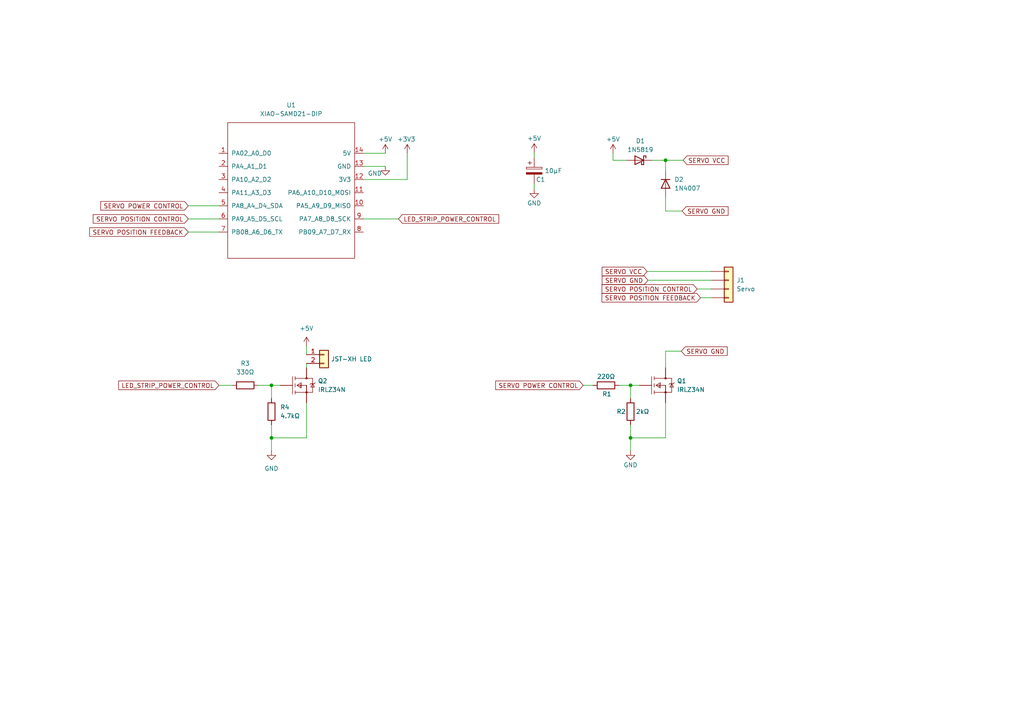
<source format=kicad_sch>
(kicad_sch (version 20250114) (generator "eeschema") (generator_version "9.0")
  (paper "A4")
  (title_block (title "FFFP (Florian & Florian Flat Panel)") (date "2025-03-31") (rev "1") (company "Le Télescope - Ivry. Heavily inspired by the the work of Dark Sky Geek (https://github.com/jlecomte/)") (comment 1 "rev 1 - Bon pour tests sur planche de prototypage"))
  (lib_symbols
    (symbol "+5V_1" (power) (pin_numbers (hide yes)) (pin_names (offset 0) (hide yes))
      (property "Value" "+5V" (at 0 3.556 0))
      (symbol "+5V_1_0_1"
        (polyline (pts (xy -0.762 1.27) (xy 0 2.54)))
        (polyline (pts (xy 0 2.54) (xy 0.762 1.27)))
        (polyline (pts (xy 0 0) (xy 0 2.54)))
      )
      (symbol "+5V_1_1_1"
        (pin power_in line (at 0 0 90) (length 0) (name "~") (number "1"))
      )
    )
    (symbol "Connector_Generic:Conn_01x02" (pin_names (offset 1.016) (hide yes))
      (property "Reference" "J" (at 0 2.54 0))
      (property "Value" "Conn_01x02" (at 0 -5.08 0))
      (symbol "Conn_01x02_1_1"
        (rectangle (start -1.27 1.27) (end 1.27 -3.81) (stroke (width 0.254)) (fill (type background)))
        (rectangle (start -1.27 0.127) (end 0 -0.127) (stroke (width 0.1524)))
        (rectangle (start -1.27 -2.413) (end 0 -2.667) (stroke (width 0.1524)))
        (pin passive line (at -5.08 0 0) (length 3.81) (name "Pin_1") (number "1"))
        (pin passive line (at -5.08 -2.54 0) (length 3.81) (name "Pin_2") (number "2"))
      )
    )
    (symbol "Connector_Generic:Conn_01x04" (pin_numbers (hide yes)) (pin_names (offset 1.016) (hide yes))
      (property "Reference" "J" (at 0 5.08 0))
      (property "Value" "Conn_01x04" (at 0 -7.62 0))
      (symbol "Conn_01x04_1_1"
        (rectangle (start -1.27 3.81) (end 1.27 -6.35) (stroke (width 0.254)) (fill (type background)))
        (rectangle (start -1.27 2.667) (end 0 2.413) (stroke (width 0.1524)))
        (rectangle (start -1.27 0.127) (end 0 -0.127) (stroke (width 0.1524)))
        (rectangle (start -1.27 -2.413) (end 0 -2.667) (stroke (width 0.1524)))
        (rectangle (start -1.27 -4.953) (end 0 -5.207) (stroke (width 0.1524)))
        (pin passive line (at -5.08 2.54 0) (length 3.81) (name "Pin_1") (number "1"))
        (pin passive line (at -5.08 0 0) (length 3.81) (name "Pin_2") (number "2"))
        (pin passive line (at -5.08 -2.54 0) (length 3.81) (name "Pin_3") (number "3"))
        (pin passive line (at -5.08 -5.08 0) (length 3.81) (name "Pin_4") (number "4"))
      )
    )
    (symbol "DarkSkyGeek_KiCad_Symbol_Library:FQP30N06L" (pin_numbers (hide yes)) (pin_names (offset 1.016) (hide yes))
      (property "Reference" "Q" (at 0 7.62 0))
      (property "Value" "FQP30N06L" (at 0 10.16 0))
      (symbol "FQP30N06L_1_1"
        (polyline (pts (xy 6.096 -2.54) (xy 6.096 2.54)))
        (polyline (pts (xy 6.858 2.032) (xy 10.16 2.032)))
        (polyline (pts (xy 6.858 1.524) (xy 6.858 2.54)))
        (polyline (pts (xy 6.858 0.508) (xy 6.858 -0.508)))
        (polyline (pts (xy 6.858 -1.524) (xy 6.858 -2.54)))
        (polyline (pts (xy 6.858 -2.032) (xy 10.16 -2.032)))
        (polyline (pts (xy 7.366 0) (xy 8.636 0.762)))
        (polyline (pts (xy 7.366 0) (xy 8.636 -0.762)))
        (polyline (pts (xy 7.62 0) (xy 10.16 0)))
        (polyline (pts (xy 8.382 0.254) (xy 8.382 -0.508)))
        (polyline (pts (xy 8.636 0.762) (xy 8.636 -0.762)))
        (circle (center 10.16 2.032) (radius 0.254))
        (polyline (pts (xy 10.16 -2.032) (xy 11.938 -2.032)))
        (circle (center 10.16 -2.032) (radius 0.254))
        (polyline (pts (xy 11.43 0.508) (xy 11.176 0.254)))
        (polyline (pts (xy 11.43 -0.508) (xy 12.446 -0.508)))
        (polyline (pts (xy 11.938 2.032) (xy 10.16 2.032)))
        (polyline (pts (xy 11.938 0.508) (xy 11.43 0.508)))
        (polyline (pts (xy 11.938 0.508) (xy 11.43 -0.508)))
        (polyline (pts (xy 11.938 0.508) (xy 12.446 0.508)))
        (polyline (pts (xy 11.938 -2.032) (xy 11.938 2.032)))
        (polyline (pts (xy 12.446 0.508) (xy 12.7 0.762)))
        (polyline (pts (xy 12.446 -0.508) (xy 11.938 0.508)))
        (pin unspecified line (at 2.54 0 0) (length 3.556) (name "G") (number "1"))
        (pin unspecified line (at 10.16 5.08 270) (length 3.048) (name "D") (number "2"))
        (pin unspecified line (at 10.16 -5.08 90) (length 5.08) (name "S") (number "3"))
      )
    )
    (symbol "Device:C_Polarized" (pin_numbers (hide yes)) (pin_names (offset 0.254))
      (property "Reference" "C" (at 0.635 2.54 0))
      (property "Value" "C_Polarized" (at 0.635 -2.54 0))
      (symbol "C_Polarized_0_1"
        (rectangle (start -2.286 0.508) (end 2.286 1.016))
        (polyline (pts (xy -1.778 2.286) (xy -0.762 2.286)))
        (polyline (pts (xy -1.27 2.794) (xy -1.27 1.778)))
        (rectangle (start 2.286 -0.508) (end -2.286 -1.016) (fill (type outline)))
      )
      (symbol "C_Polarized_1_1"
        (pin passive line (at 0 3.81 270) (length 2.794) (name "~") (number "1"))
        (pin passive line (at 0 -3.81 90) (length 2.794) (name "~") (number "2"))
      )
    )
    (symbol "Device:R" (pin_numbers (hide yes)) (pin_names (offset 0))
      (property "Reference" "R" (at 2.032 0 90))
      (property "Value" "R" (at 0 0 90))
      (symbol "R_0_1"
        (rectangle (start -1.016 -2.54) (end 1.016 2.54) (stroke (width 0.254)))
      )
      (symbol "R_1_1"
        (pin passive line (at 0 3.81 270) (length 1.27) (name "~") (number "1"))
        (pin passive line (at 0 -3.81 90) (length 1.27) (name "~") (number "2"))
      )
    )
    (symbol "Diode:1N4001" (pin_numbers (hide yes)) (pin_names (hide yes))
      (property "Reference" "D" (at 0 2.54 0))
      (property "Value" "1N4001" (at 0 -2.54 0))
      (symbol "1N4001_0_1"
        (polyline (pts (xy -1.27 1.27) (xy -1.27 -1.27)) (stroke (width 0.254)))
        (polyline (pts (xy 1.27 1.27) (xy 1.27 -1.27) (xy -1.27 0) (xy 1.27 1.27)) (stroke (width 0.254)))
        (polyline (pts (xy 1.27 0) (xy -1.27 0)))
      )
      (symbol "1N4001_1_1"
        (pin passive line (at -3.81 0 0) (length 2.54) (name "K") (number "1"))
        (pin passive line (at 3.81 0 180) (length 2.54) (name "A") (number "2"))
      )
    )
    (symbol "Diode:1N5817" (pin_numbers (hide yes)) (pin_names (offset 1.016) (hide yes))
      (property "Reference" "D" (at 0 2.54 0))
      (property "Value" "1N5817" (at 0 -2.54 0))
      (symbol "1N5817_0_1"
        (polyline (pts (xy -1.905 0.635) (xy -1.905 1.27) (xy -1.27 1.27) (xy -1.27 -1.27) (xy -0.635 -1.27) (xy -0.635 -0.635)) (stroke (width 0.254)))
        (polyline (pts (xy 1.27 1.27) (xy 1.27 -1.27) (xy -1.27 0) (xy 1.27 1.27)) (stroke (width 0.254)))
        (polyline (pts (xy 1.27 0) (xy -1.27 0)))
      )
      (symbol "1N5817_1_1"
        (pin passive line (at -3.81 0 0) (length 2.54) (name "K") (number "1"))
        (pin passive line (at 3.81 0 180) (length 2.54) (name "A") (number "2"))
      )
    )
    (symbol "GND_1" (power) (pin_numbers (hide yes)) (pin_names (offset 0) (hide yes))
      (property "Value" "GND" (at 0 -3.81 0))
      (symbol "GND_1_0_1"
        (polyline (pts (xy 0 0) (xy 0 -1.27) (xy 1.27 -1.27) (xy 0 -2.54) (xy -1.27 -1.27) (xy 0 -1.27)))
      )
      (symbol "GND_1_1_1"
        (pin power_in line (at 0 0 270) (length 0) (name "~") (number "1"))
      )
    )
    (symbol "Seeeduino:XIAO-SAMD21-DIP" (pin_names (offset 1.016))
      (property "Reference" "U" (at -18.542 22.86 0))
      (property "Value" "XIAO-SAMD21-DIP" (at -10.16 21.082 0))
      (symbol "XIAO-SAMD21-DIP_0_1"
        (rectangle (start -19.05 20.32) (end 17.78 -19.05))
      )
      (symbol "XIAO-SAMD21-DIP_1_1"
        (pin passive line (at -21.59 11.43 0) (length 2.54) (name "PA02_A0_D0") (number "1"))
        (pin passive line (at -21.59 7.62 0) (length 2.54) (name "PA4_A1_D1") (number "2"))
        (pin passive line (at -21.59 3.81 0) (length 2.54) (name "PA10_A2_D2") (number "3"))
        (pin passive line (at -21.59 0 0) (length 2.54) (name "PA11_A3_D3") (number "4"))
        (pin passive line (at -21.59 -3.81 0) (length 2.54) (name "PA8_A4_D4_SDA") (number "5"))
        (pin passive line (at -21.59 -7.62 0) (length 2.54) (name "PA9_A5_D5_SCL") (number "6"))
        (pin passive line (at -21.59 -11.43 0) (length 2.54) (name "PB08_A6_D6_TX") (number "7"))
        (pin passive line (at 20.32 11.43 180) (length 2.54) (name "5V") (number "14"))
        (pin passive line (at 20.32 7.62 180) (length 2.54) (name "GND") (number "13"))
        (pin passive line (at 20.32 3.81 180) (length 2.54) (name "3V3") (number "12"))
        (pin passive line (at 20.32 0 180) (length 2.54) (name "PA6_A10_D10_MOSI") (number "11"))
        (pin passive line (at 20.32 -3.81 180) (length 2.54) (name "PA5_A9_D9_MISO") (number "10"))
        (pin passive line (at 20.32 -7.62 180) (length 2.54) (name "PA7_A8_D8_SCK") (number "9"))
        (pin passive line (at 20.32 -11.43 180) (length 2.54) (name "PB09_A7_D7_RX") (number "8"))
      )
    )
    (symbol "power:+3V3" (power) (pin_numbers (hide yes)) (pin_names (offset 0) (hide yes))
      (property "Value" "+3V3" (at 0 3.556 0))
      (symbol "+3V3_0_1"
        (polyline (pts (xy -0.762 1.27) (xy 0 2.54)))
        (polyline (pts (xy 0 2.54) (xy 0.762 1.27)))
        (polyline (pts (xy 0 0) (xy 0 2.54)))
      )
      (symbol "+3V3_1_1"
        (pin power_in line (at 0 0 90) (length 0) (name "~") (number "1"))
      )
    )
    (symbol "power:+5V" (power) (pin_numbers (hide yes)) (pin_names (offset 0) (hide yes))
      (property "Value" "+5V" (at 0 3.556 0))
      (symbol "+5V_0_1"
        (polyline (pts (xy -0.762 1.27) (xy 0 2.54)))
        (polyline (pts (xy 0 2.54) (xy 0.762 1.27)))
        (polyline (pts (xy 0 0) (xy 0 2.54)))
      )
      (symbol "+5V_1_1"
        (pin power_in line (at 0 0 90) (length 0) (hide yes) (name "+5V") (number "1"))
      )
    )
    (symbol "power:GND" (power) (pin_numbers (hide yes)) (pin_names (offset 0) (hide yes))
      (property "Value" "GND" (at 0 -3.81 0))
      (symbol "GND_0_1"
        (polyline (pts (xy 0 0) (xy 0 -1.27) (xy 1.27 -1.27) (xy 0 -2.54) (xy -1.27 -1.27) (xy 0 -1.27)))
      )
      (symbol "GND_1_1"
        (pin power_in line (at 0 0 270) (length 0) (hide yes) (name "GND") (number "1"))
      )
    )
  )
  (junction (at 182.88 111.76))
  (junction (at 193.04 46.482))
  (junction (at 78.74 111.76))
  (junction (at 78.74 127))
  (junction (at 182.88 127))
  (wire (pts (xy 78.74 111.76) (xy 78.74 115.57)))
  (wire (pts (xy 187.96 81.28) (xy 206.248 81.28)))
  (wire (pts (xy 169.164 111.76) (xy 171.958 111.76)))
  (wire (pts (xy 78.74 127) (xy 78.74 130.81)))
  (wire (pts (xy 182.88 111.76) (xy 182.88 115.57)))
  (wire (pts (xy 154.94 53.34) (xy 154.94 54.864)))
  (wire (pts (xy 118.11 44.45) (xy 118.11 52.07)))
  (wire (pts (xy 189.23 46.482) (xy 193.04 46.482)))
  (wire (pts (xy 193.04 116.84) (xy 193.04 127)))
  (wire (pts (xy 203.2 86.36) (xy 206.248 86.36)))
  (wire (pts (xy 177.8 44.45) (xy 177.8 46.482)))
  (wire (pts (xy 193.04 101.854) (xy 193.04 106.68)))
  (wire (pts (xy 193.04 46.482) (xy 193.04 49.53)))
  (wire (pts (xy 118.11 52.07) (xy 105.41 52.07)))
  (wire (pts (xy 54.61 67.31) (xy 63.5 67.31)))
  (wire (pts (xy 78.74 123.19) (xy 78.74 127)))
  (wire (pts (xy 105.41 48.26) (xy 111.76 48.26)))
  (wire (pts (xy 154.94 44.196) (xy 154.94 45.72)))
  (wire (pts (xy 63.5 111.76) (xy 67.31 111.76)))
  (wire (pts (xy 182.88 127) (xy 182.88 130.81)))
  (wire (pts (xy 88.9 127) (xy 88.9 116.84)))
  (wire (pts (xy 105.41 63.5) (xy 115.57 63.5)))
  (wire (pts (xy 54.61 59.69) (xy 63.5 59.69)))
  (wire (pts (xy 54.61 63.5) (xy 63.5 63.5)))
  (wire (pts (xy 182.88 111.76) (xy 185.42 111.76)))
  (wire (pts (xy 74.93 111.76) (xy 78.74 111.76)))
  (wire (pts (xy 187.706 78.74) (xy 206.248 78.74)))
  (wire (pts (xy 193.04 127) (xy 182.88 127)))
  (wire (pts (xy 179.578 111.76) (xy 182.88 111.76)))
  (wire (pts (xy 88.9 100.33) (xy 88.9 102.87)))
  (wire (pts (xy 193.04 46.482) (xy 198.12 46.482)))
  (wire (pts (xy 193.04 61.214) (xy 197.866 61.214)))
  (wire (pts (xy 202.184 83.82) (xy 206.248 83.82)))
  (wire (pts (xy 177.8 46.482) (xy 181.61 46.482)))
  (wire (pts (xy 193.04 57.15) (xy 193.04 61.214)))
  (wire (pts (xy 182.88 123.19) (xy 182.88 127)))
  (wire (pts (xy 78.74 127) (xy 88.9 127)))
  (wire (pts (xy 105.41 44.45) (xy 111.76 44.45)))
  (wire (pts (xy 78.74 111.76) (xy 81.28 111.76)))
  (wire (pts (xy 197.612 101.854) (xy 193.04 101.854)))
  (wire (pts (xy 88.9 105.41) (xy 88.9 106.68)))
  (global_label "LED_STRIP_POWER_CONTROL" (shape input) (at 115.57 63.5 0) (property "Intersheetrefs" "${INTERSHEET_REFS}" (effects (hide yes))))
  (global_label "SERVO VCC" (shape input) (at 198.12 46.482 0) (property "Intersheetrefs" "${INTERSHEET_REFS}" (effects (hide yes))))
  (global_label "SERVO POWER CONTROL" (shape input) (at 169.164 111.76 180) (property "Intersheetrefs" "${INTERSHEET_REFS}" (effects (hide yes))))
  (global_label "SERVO GND" (shape input) (at 187.96 81.28 180) (property "Intersheetrefs" "${INTERSHEET_REFS}" (effects (hide yes))))
  (global_label "SERVO POWER CONTROL" (shape input) (at 54.61 59.69 180) (property "Intersheetrefs" "${INTERSHEET_REFS}" (effects (hide yes))))
  (global_label "SERVO POSITION CONTROL" (shape input) (at 54.61 63.5 180) (property "Intersheetrefs" "${INTERSHEET_REFS}" (effects (hide yes))))
  (global_label "SERVO VCC" (shape input) (at 187.706 78.74 180) (property "Intersheetrefs" "${INTERSHEET_REFS}" (effects (hide yes))))
  (global_label "SERVO POSITION FEEDBACK" (shape input) (at 203.2 86.36 180) (property "Intersheetrefs" "${INTERSHEET_REFS}" (effects (hide yes))))
  (global_label "SERVO POSITION CONTROL" (shape input) (at 202.184 83.82 180) (property "Intersheetrefs" "${INTERSHEET_REFS}" (effects (hide yes))))
  (global_label "SERVO GND" (shape input) (at 197.866 61.214 0) (property "Intersheetrefs" "${INTERSHEET_REFS}" (effects (hide yes))))
  (global_label "SERVO GND" (shape input) (at 197.612 101.854 0) (property "Intersheetrefs" "${INTERSHEET_REFS}" (effects (hide yes))))
  (global_label "LED_STRIP_POWER_CONTROL" (shape input) (at 63.5 111.76 180) (property "Intersheetrefs" "${INTERSHEET_REFS}" (effects (hide yes))))
  (global_label "SERVO POSITION FEEDBACK" (shape input) (at 54.61 67.31 180) (property "Intersheetrefs" "${INTERSHEET_REFS}" (effects (hide yes))))
  (symbol (lib_id "Device:R") (at 78.74 119.38 0) (unit 1)
    (property "Reference" "R4" (at 81.28 118.1099 0) (effects (justify left)))
    (property "Value" "4.7kΩ" (at 81.28 120.6499 0) (effects (justify left)))
    (property "Footprint" "Resistor_THT:R_Axial_DIN0207_L6.3mm_D2.5mm_P10.16mm_Horizontal" (effects (hide yes)))
    (property "Description" "Resistor" (effects (hide yes)))
  )
  (symbol (lib_id "Connector_Generic:Conn_01x02") (at 93.98 102.87 0) (unit 1)
    (property "Reference" "J2" (effects (hide yes)))
    (property "Value" "JST-XH LED" (at 96.012 104.14 0) (effects (justify left)))
    (property "Footprint" "Connector_JST:JST_XH_B2B-XH-A_1x02_P2.50mm_Vertical" (effects (hide yes)))
  )
  (symbol (lib_id "power:+5V") (at 154.94 44.196 0) (unit 1)
    (property "Reference" "#PWR04" (effects (hide yes)))
    (property "Value" "+5V" (at 154.94 40.132 0))
  )
  (symbol (lib_id "Device:R") (at 182.88 119.38 0) (unit 1)
    (property "Reference" "R2" (at 178.816 119.38 0) (effects (justify left)))
    (property "Value" "2kΩ" (at 184.404 119.38 0) (effects (justify left)))
    (property "Footprint" "Resistor_THT:R_Axial_DIN0207_L6.3mm_D2.5mm_P10.16mm_Horizontal" (effects (hide yes)))
  )
  (symbol (lib_id "Connector_Generic:Conn_01x04") (at 211.328 81.28 0) (unit 1)
    (property "Reference" "J1" (at 213.614 81.28 0) (effects (justify left)))
    (property "Value" "Servo" (at 213.614 83.82 0) (effects (justify left)))
    (property "Footprint" "Connector_PinHeader_2.54mm:PinHeader_1x04_P2.54mm_Vertical" (effects (hide yes)))
  )
  (symbol (lib_id "power:GND") (at 154.94 54.864 0) (unit 1)
    (property "Reference" "#PWR05" (effects (hide yes)))
    (property "Value" "GND" (at 154.94 58.928 0))
  )
  (symbol (lib_id "power:+3V3") (at 118.11 44.45 0) (unit 1)
    (property "Reference" "#PWR06" (effects (hide yes)))
    (property "Value" "+3V3" (at 117.856 40.386 0))
    (property "Description" "Power symbol creates a global label with name \"+3V3\"" (effects (hide yes)))
  )
  (symbol (lib_id "DarkSkyGeek_KiCad_Symbol_Library:FQP30N06L") (at 182.88 111.76 0) (unit 1)
    (property "Reference" "Q1" (at 196.342 110.49 0) (effects (justify left)))
    (property "Value" "IRLZ34N" (at 196.342 113.03 0) (effects (justify left)))
    (property "Footprint" "Package_TO_SOT_THT:TO-220-3_Vertical" (effects (hide yes)))
    (property "Datasheet" "https://www.fairchildsemi.com/datasheets/FQ/FQP30N06L.pdf" (effects (hide yes)))
    (property "category" "Trans" (effects (hide yes)))
    (property "category 20b3edb914a9fb74" "Uncategorized" (effects (hide yes)))
    (property "category 2f8ae2801e7ef44d" "Uncategorized" (effects (hide yes)))
    (property "category 3b27f62d0a3ae0e0" "Discretes (diodes, transistors, thyristors ...)" (effects (hide yes)))
    (property "category 6f04a20e5eeab4c3" "Uncategorized" (effects (hide yes)))
    (property "category 931f5e15a77d48d8" "Uncategorized" (effects (hide yes)))
    (property "category 9e07530daf1645c0" "Semiconductors and Actives" (effects (hide yes)))
    (property "category d77d1a77e69f0cba" "Transistors" (effects (hide yes)))
    (property "category e7b12abbd6523c76" "MOSFETs" (effects (hide yes)))
    (property "digikey description" "MOSFET N-CH 60V 32A TO-220" (effects (hide yes)))
    (property "digikey part number" "FQP30N06L-ND" (effects (hide yes)))
    (property "ipc land pattern name" "TO-220" (effects (hide yes)))
    (property "lead free" "yes" (effects (hide yes)))
    (property "library id" "4c4a158987b216aa" (effects (hide yes)))
    (property "manufacturer" "ON Semi" (effects (hide yes)))
    (property "mounting type" "through hole" (effects (hide yes)))
    (property "mouser part number" "512-FQP30N06L" (effects (hide yes)))
    (property "num pins" "3" (effects (hide yes)))
    (property "octopart part number" "d9a510aad9290662" (effects (hide yes)))
    (property "package" "TO-220" (effects (hide yes)))
    (property "rohs" "yes" (effects (hide yes)))
    (property "temperature range high" "+175°C" (effects (hide yes)))
    (property "temperature range low" "-55°C" (effects (hide yes)))
    (property "breakdown voltage drain to source" "60 V" (effects (hide yes)))
    (property "current rating" "32 A" (effects (hide yes)))
    (property "id continuous drain current" "32 A" (effects (hide yes)))
    (property "max breakdown voltage gate to source" "20 V" (effects (hide yes)))
    (property "min breakdown voltage gate to source" "-20 V" (effects (hide yes)))
    (property "polarity" "N-Channel" (effects (hide yes)))
    (property "power dissipation" "79 W" (effects (hide yes)))
    (property "rds drain to source resistance on" "27 mΩ" (effects (hide yes)))
    (property "vds drain to source voltage" "60 V" (effects (hide yes)))
    (property "voltage rating dc" "60 V" (effects (hide yes)))
  )
  (symbol (lib_name "+5V_1") (lib_id "power:+5V") (at 88.9 100.33 0) (unit 1)
    (property "Reference" "#PWR08" (effects (hide yes)))
    (property "Value" "+5V" (at 88.9 95.25 0))
    (property "Description" "Power symbol creates a global label with name \"+5V\"" (effects (hide yes)))
  )
  (symbol (lib_id "Diode:1N5817") (at 185.42 46.482 0) (mirror y) (unit 1)
    (property "Reference" "D1" (at 185.7375 40.894 0))
    (property "Value" "1N5819" (at 185.7375 43.434 0))
    (property "Footprint" "Diode_THT:D_DO-41_SOD81_P10.16mm_Horizontal" (effects (hide yes)))
    (property "Datasheet" "http://www.vishay.com/docs/88525/1n5817.pdf" (effects (hide yes)))
  )
  (symbol (lib_id "power:GND") (at 182.88 130.81 0) (unit 1)
    (property "Reference" "#PWR01" (effects (hide yes)))
    (property "Value" "GND" (at 182.88 134.874 0))
  )
  (symbol (lib_id "Device:R") (at 71.12 111.76 90) (unit 1)
    (property "Reference" "R3" (at 71.12 105.41 90))
    (property "Value" "330Ω" (at 71.12 107.95 90))
    (property "Footprint" "Resistor_THT:R_Axial_DIN0207_L6.3mm_D2.5mm_P10.16mm_Horizontal" (effects (hide yes)))
    (property "Description" "Resistor" (effects (hide yes)))
  )
  (symbol (lib_id "Device:R") (at 175.768 111.76 270) (unit 1)
    (property "Reference" "R1" (at 176.022 114.3 90))
    (property "Value" "220Ω" (at 175.768 109.22 90))
    (property "Footprint" "Resistor_THT:R_Axial_DIN0207_L6.3mm_D2.5mm_P10.16mm_Horizontal" (effects (hide yes)))
  )
  (symbol (lib_id "power:+5V") (at 177.8 44.45 0) (unit 1)
    (property "Reference" "#PWR07" (effects (hide yes)))
    (property "Value" "+5V" (at 177.8 40.386 0))
  )
  (symbol (lib_id "power:+5V") (at 111.76 44.45 0) (unit 1)
    (property "Reference" "#PWR02" (effects (hide yes)))
    (property "Value" "+5V" (at 111.76 40.386 0))
  )
  (symbol (lib_id "Seeeduino:XIAO-SAMD21-DIP") (at 85.09 55.88 0) (unit 1)
    (property "Reference" "U1" (at 84.455 30.48 0))
    (property "Value" "XIAO-SAMD21-DIP" (at 84.455 33.02 0))
    (property "Footprint" "SEEED_STUDIO:XIAO-SAMD21-DIP" (effects (hide yes)))
  )
  (symbol (lib_id "Diode:1N4001") (at 193.04 53.34 270) (unit 1)
    (property "Reference" "D2" (at 195.58 52.0699 90) (effects (justify left)))
    (property "Value" "1N4007" (at 195.58 54.6099 90) (effects (justify left)))
    (property "Footprint" "Diode_THT:D_DO-41_SOD81_P10.16mm_Horizontal" (effects (hide yes)))
    (property "Datasheet" "http://www.vishay.com/docs/88503/1n4001.pdf" (effects (hide yes)))
    (property "Sim.Device" "D" (effects (hide yes)))
    (property "Sim.Pins" "1=K 2=A" (effects (hide yes)))
  )
  (symbol (lib_id "Device:C_Polarized") (at 154.94 49.53 0) (unit 1)
    (property "Reference" "C1" (at 155.448 52.07 0) (effects (justify left)))
    (property "Value" "10µF" (at 157.988 49.53 0) (effects (justify left)))
    (property "Footprint" "Capacitor_THT:C_Radial_D6.3mm_H11.0mm_P2.50mm" (effects (hide yes)))
  )
  (symbol (lib_id "DarkSkyGeek_KiCad_Symbol_Library:FQP30N06L") (at 78.74 111.76 0) (unit 1)
    (property "Reference" "Q2" (at 92.202 110.49 0) (effects (justify left)))
    (property "Value" "IRLZ34N" (at 92.202 113.03 0) (effects (justify left)))
    (property "Footprint" "Package_TO_SOT_THT:TO-220-3_Vertical" (effects (hide yes)))
    (property "Datasheet" "https://www.fairchildsemi.com/datasheets/FQ/FQP30N06L.pdf" (effects (hide yes)))
    (property "category" "Trans" (effects (hide yes)))
    (property "category 20b3edb914a9fb74" "Uncategorized" (effects (hide yes)))
    (property "category 2f8ae2801e7ef44d" "Uncategorized" (effects (hide yes)))
    (property "category 3b27f62d0a3ae0e0" "Discretes (diodes, transistors, thyristors ...)" (effects (hide yes)))
    (property "category 6f04a20e5eeab4c3" "Uncategorized" (effects (hide yes)))
    (property "category 931f5e15a77d48d8" "Uncategorized" (effects (hide yes)))
    (property "category 9e07530daf1645c0" "Semiconductors and Actives" (effects (hide yes)))
    (property "category d77d1a77e69f0cba" "Transistors" (effects (hide yes)))
    (property "category e7b12abbd6523c76" "MOSFETs" (effects (hide yes)))
    (property "digikey description" "MOSFET N-CH 60V 32A TO-220" (effects (hide yes)))
    (property "digikey part number" "FQP30N06L-ND" (effects (hide yes)))
    (property "ipc land pattern name" "TO-220" (effects (hide yes)))
    (property "lead free" "yes" (effects (hide yes)))
    (property "library id" "4c4a158987b216aa" (effects (hide yes)))
    (property "manufacturer" "ON Semi" (effects (hide yes)))
    (property "mounting type" "through hole" (effects (hide yes)))
    (property "mouser part number" "512-FQP30N06L" (effects (hide yes)))
    (property "num pins" "3" (effects (hide yes)))
    (property "octopart part number" "d9a510aad9290662" (effects (hide yes)))
    (property "package" "TO-220" (effects (hide yes)))
    (property "rohs" "yes" (effects (hide yes)))
    (property "temperature range high" "+175°C" (effects (hide yes)))
    (property "temperature range low" "-55°C" (effects (hide yes)))
    (property "breakdown voltage drain to source" "60 V" (effects (hide yes)))
    (property "current rating" "32 A" (effects (hide yes)))
    (property "id continuous drain current" "32 A" (effects (hide yes)))
    (property "max breakdown voltage gate to source" "20 V" (effects (hide yes)))
    (property "min breakdown voltage gate to source" "-20 V" (effects (hide yes)))
    (property "polarity" "N-Channel" (effects (hide yes)))
    (property "power dissipation" "79 W" (effects (hide yes)))
    (property "rds drain to source resistance on" "27 mΩ" (effects (hide yes)))
    (property "vds drain to source voltage" "60 V" (effects (hide yes)))
    (property "voltage rating dc" "60 V" (effects (hide yes)))
  )
  (symbol (lib_name "GND_1") (lib_id "power:GND") (at 78.74 130.81 0) (unit 1)
    (property "Reference" "#PWR09" (effects (hide yes)))
    (property "Value" "GND" (at 78.74 135.89 0))
    (property "Description" "Power symbol creates a global label with name \"GND\" , ground" (effects (hide yes)))
  )
  (symbol (lib_id "power:GND") (at 111.76 48.26 0) (unit 1)
    (property "Reference" "#PWR03" (effects (hide yes)))
    (property "Value" "GND" (at 108.712 50.292 0))
  )
)
</source>
